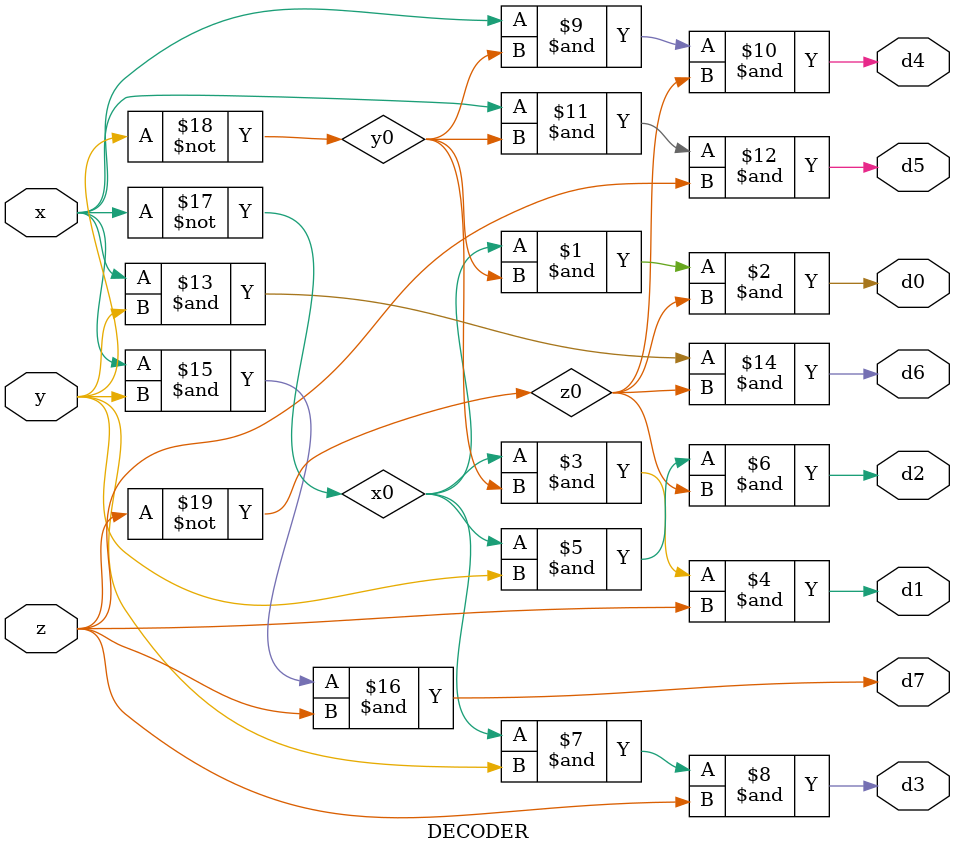
<source format=v>
`timescale 1ns / 1ps

module fa_decoder(s,c,x,y,z);
input x,y,z;
wire d0,d1,d2,d3,d4,d5,d6,d7;
output s,c;
DECODER a1(d0,d1,d2, d3,d4, d5, d6, d7, x, y, z);
assign s = d1 | d2 | d4 | d7;
assign  c = d3 | d5 | d6 | d7;
endmodule
module DECODER (d0,d1,d2,d3,d4,d5,d6,d7,x,y,z);
input x,y,z;
output d0,d1,d2,d3,d4,d5,d6,d7;
wire x0,y0,z0;
not n1 (x0,x);
not n2 (y0,y);
not n3 (z0,z);
and a0 (d0,x0,y0,z0);
and al (d1, x0, y0, z);
and a2 (d2,x0, y, z0);
and a3 (d3,x0,y,z);
and a4 (d4, x,y0,z0);
and a5 (d5, x, y0, z);
and a6 (d6, x, y, z0);
and a7 (d7, x,y,z);
endmodule

</source>
